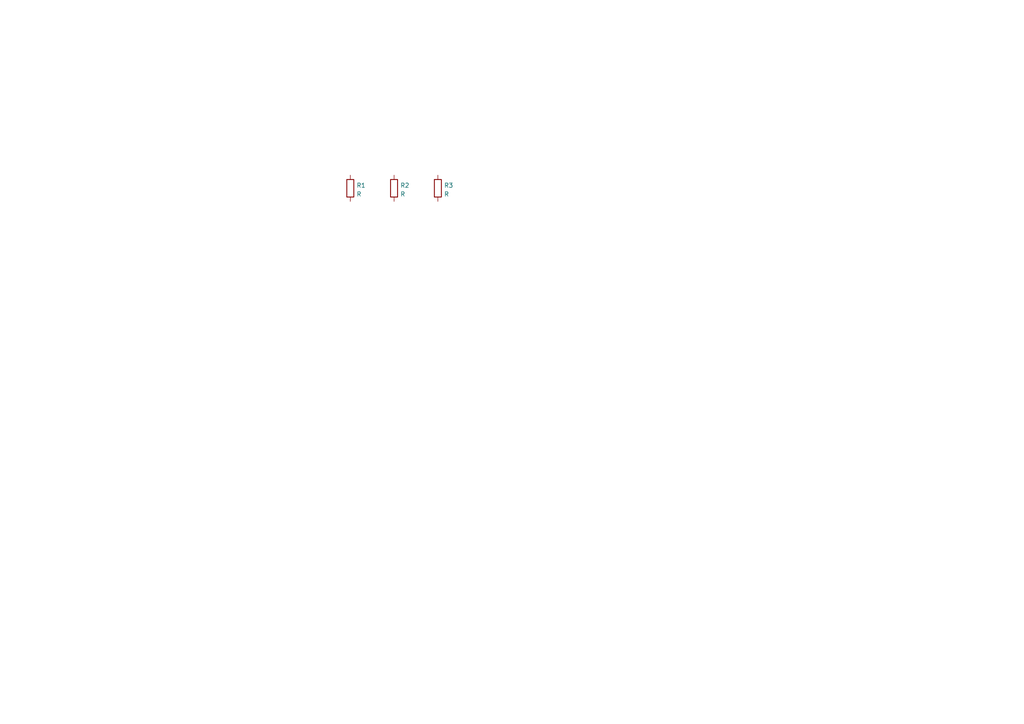
<source format=kicad_sch>
(kicad_sch (version 20211123) (generator eeschema)
  (paper "A4")
  (lib_symbols
    (symbol "Device:R" (pin_numbers hide) (pin_names (offset 0))
      (property "Reference" "R" (at 2.032 0 90))
      (property "Value" "R" (at 0 0 90))
      (symbol "R_0_1"
        (rectangle (start -1.016 -2.54) (end 1.016 2.54) (stroke (width 0.254)))
      )
      (symbol "R_1_1"
        (pin passive line (at 0 3.81 270) (length 1.27) (name "~") (number "1"))
        (pin passive line (at 0 -3.81 90) (length 1.27) (name "~") (number "2"))
      )
    )
  )
  (symbol (lib_id "Device:R") (at 114.3 54.61 0) (unit 1)
    (property "Reference" "R2" (at 116.078 53.7753 0) (effects (justify left)))
    (property "Value" "R" (at 116.078 56.3122 0) (effects (justify left)))
    (property "LCSC_pn" "C1234" (effects hide))
  )
  (symbol (lib_id "Device:R") (at 127 54.61 0) (unit 1)
    (property "Reference" "R3" (at 128.778 53.7753 0) (effects (justify left)))
    (property "Value" "R" (at 128.778 56.3122 0) (effects (justify left)))
    (property "LCSC_pn" "C1234" (effects hide))
  )
  (symbol (lib_id "Device:R") (at 101.6 54.61 0) (unit 1)
    (property "Reference" "R1" (at 103.378 53.7753 0) (effects (justify left)))
    (property "Value" "R" (at 103.378 56.3122 0) (effects (justify left)))
    (property "LCSC_pn" "C1234" (effects hide))
  )
)
</source>
